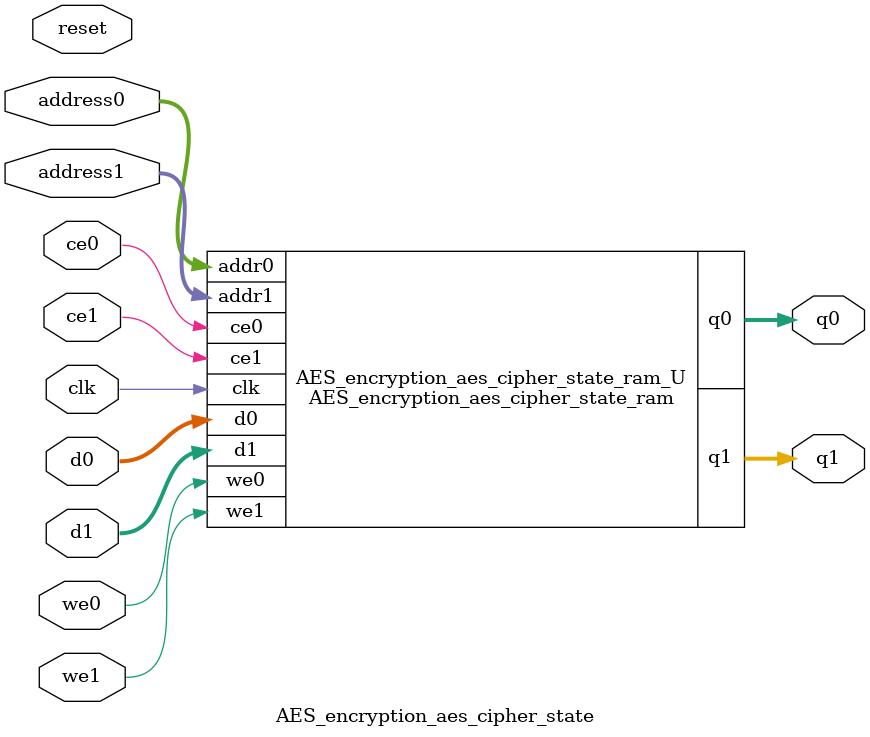
<source format=v>

`timescale 1 ns / 1 ps
module AES_encryption_aes_cipher_state_ram (addr0, ce0, d0, we0, q0, addr1, ce1, d1, we1, q1,  clk);

parameter DWIDTH = 8;
parameter AWIDTH = 4;
parameter MEM_SIZE = 16;

input[AWIDTH-1:0] addr0;
input ce0;
input[DWIDTH-1:0] d0;
input we0;
output reg[DWIDTH-1:0] q0;
input[AWIDTH-1:0] addr1;
input ce1;
input[DWIDTH-1:0] d1;
input we1;
output reg[DWIDTH-1:0] q1;
input clk;

(* ram_style = "block" *)reg [DWIDTH-1:0] ram[MEM_SIZE-1:0];




always @(posedge clk)  
begin 
    if (ce0) 
    begin
        if (we0) 
        begin 
            ram[addr0] <= d0; 
            q0 <= d0;
        end 
        else 
            q0 <= ram[addr0];
    end
end


always @(posedge clk)  
begin 
    if (ce1) 
    begin
        if (we1) 
        begin 
            ram[addr1] <= d1; 
            q1 <= d1;
        end 
        else 
            q1 <= ram[addr1];
    end
end


endmodule


`timescale 1 ns / 1 ps
module AES_encryption_aes_cipher_state(
    reset,
    clk,
    address0,
    ce0,
    we0,
    d0,
    q0,
    address1,
    ce1,
    we1,
    d1,
    q1);

parameter DataWidth = 32'd8;
parameter AddressRange = 32'd16;
parameter AddressWidth = 32'd4;
input reset;
input clk;
input[AddressWidth - 1:0] address0;
input ce0;
input we0;
input[DataWidth - 1:0] d0;
output[DataWidth - 1:0] q0;
input[AddressWidth - 1:0] address1;
input ce1;
input we1;
input[DataWidth - 1:0] d1;
output[DataWidth - 1:0] q1;



AES_encryption_aes_cipher_state_ram AES_encryption_aes_cipher_state_ram_U(
    .clk( clk ),
    .addr0( address0 ),
    .ce0( ce0 ),
    .d0( d0 ),
    .we0( we0 ),
    .q0( q0 ),
    .addr1( address1 ),
    .ce1( ce1 ),
    .d1( d1 ),
    .we1( we1 ),
    .q1( q1 ));

endmodule


</source>
